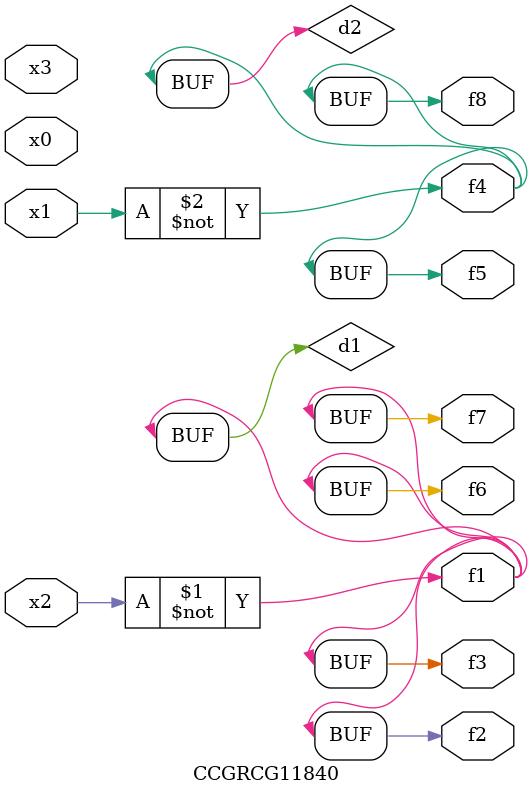
<source format=v>
module CCGRCG11840(
	input x0, x1, x2, x3,
	output f1, f2, f3, f4, f5, f6, f7, f8
);

	wire d1, d2;

	xnor (d1, x2);
	not (d2, x1);
	assign f1 = d1;
	assign f2 = d1;
	assign f3 = d1;
	assign f4 = d2;
	assign f5 = d2;
	assign f6 = d1;
	assign f7 = d1;
	assign f8 = d2;
endmodule

</source>
